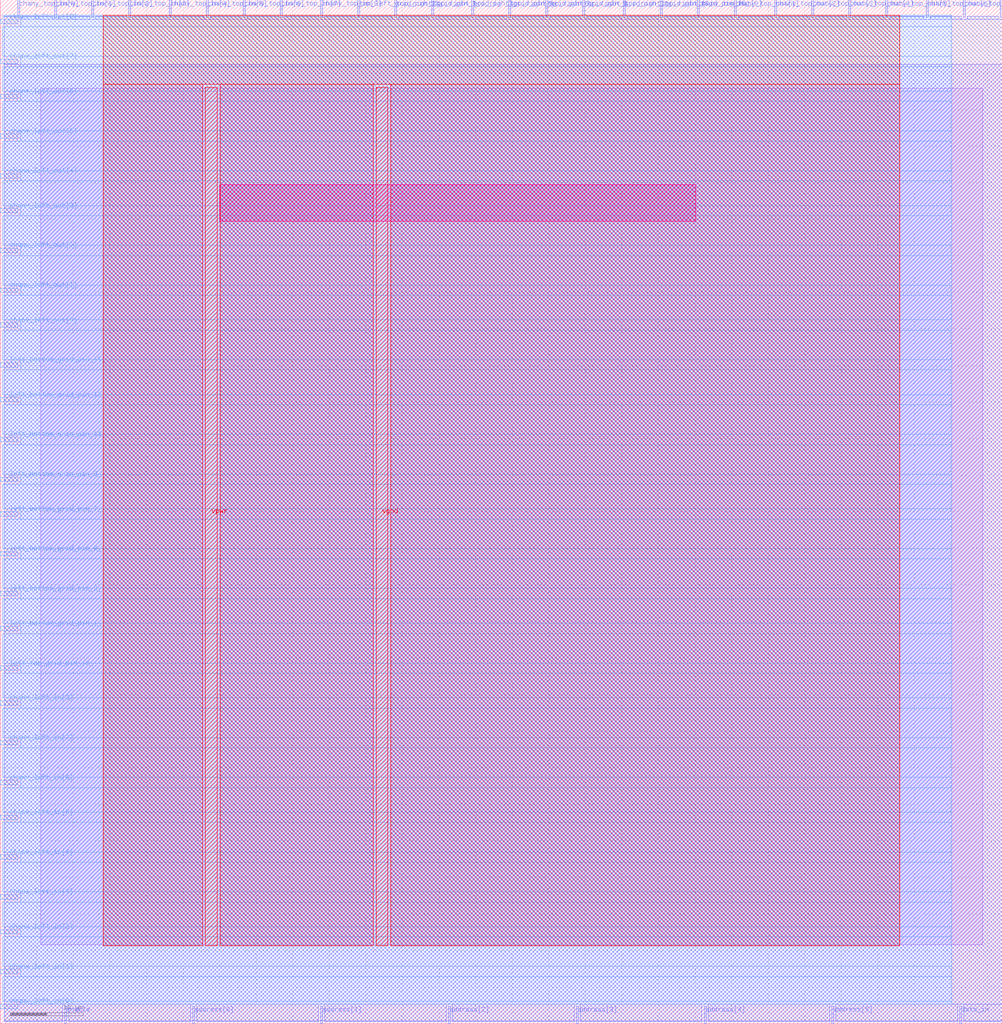
<source format=lef>
VERSION 5.7 ;
  NOWIREEXTENSIONATPIN ON ;
  DIVIDERCHAR "/" ;
  BUSBITCHARS "[]" ;
MACRO sb_3__0_
  CLASS BLOCK ;
  FOREIGN sb_3__0_ ;
  ORIGIN 0.000 0.000 ;
  SIZE 137.010 BY 140.000 ;
  PIN address[0]
    DIRECTION INPUT ;
    PORT
      LAYER met2 ;
        RECT 26.310 0.000 26.590 2.400 ;
    END
  END address[0]
  PIN address[1]
    DIRECTION INPUT ;
    PORT
      LAYER met2 ;
        RECT 43.790 0.000 44.070 2.400 ;
    END
  END address[1]
  PIN address[2]
    DIRECTION INPUT ;
    PORT
      LAYER met2 ;
        RECT 61.270 0.000 61.550 2.400 ;
    END
  END address[2]
  PIN address[3]
    DIRECTION INPUT ;
    PORT
      LAYER met2 ;
        RECT 78.750 0.000 79.030 2.400 ;
    END
  END address[3]
  PIN address[4]
    DIRECTION INPUT ;
    PORT
      LAYER met2 ;
        RECT 96.230 0.000 96.510 2.400 ;
    END
  END address[4]
  PIN address[5]
    DIRECTION INPUT ;
    PORT
      LAYER met2 ;
        RECT 113.710 0.000 113.990 2.400 ;
    END
  END address[5]
  PIN chanx_left_in[0]
    DIRECTION INPUT ;
    PORT
      LAYER met3 ;
        RECT 0.000 2.080 2.400 2.680 ;
    END
  END chanx_left_in[0]
  PIN chanx_left_in[1]
    DIRECTION INPUT ;
    PORT
      LAYER met3 ;
        RECT 0.000 6.840 2.400 7.440 ;
    END
  END chanx_left_in[1]
  PIN chanx_left_in[2]
    DIRECTION INPUT ;
    PORT
      LAYER met3 ;
        RECT 0.000 12.280 2.400 12.880 ;
    END
  END chanx_left_in[2]
  PIN chanx_left_in[3]
    DIRECTION INPUT ;
    PORT
      LAYER met3 ;
        RECT 0.000 17.040 2.400 17.640 ;
    END
  END chanx_left_in[3]
  PIN chanx_left_in[4]
    DIRECTION INPUT ;
    PORT
      LAYER met3 ;
        RECT 0.000 22.480 2.400 23.080 ;
    END
  END chanx_left_in[4]
  PIN chanx_left_in[5]
    DIRECTION INPUT ;
    PORT
      LAYER met3 ;
        RECT 0.000 27.920 2.400 28.520 ;
    END
  END chanx_left_in[5]
  PIN chanx_left_in[6]
    DIRECTION INPUT ;
    PORT
      LAYER met3 ;
        RECT 0.000 32.680 2.400 33.280 ;
    END
  END chanx_left_in[6]
  PIN chanx_left_in[7]
    DIRECTION INPUT ;
    PORT
      LAYER met3 ;
        RECT 0.000 38.120 2.400 38.720 ;
    END
  END chanx_left_in[7]
  PIN chanx_left_in[8]
    DIRECTION INPUT ;
    PORT
      LAYER met3 ;
        RECT 0.000 43.560 2.400 44.160 ;
    END
  END chanx_left_in[8]
  PIN chanx_left_out[0]
    DIRECTION OUTPUT TRISTATE ;
    PORT
      LAYER met3 ;
        RECT 0.000 95.240 2.400 95.840 ;
    END
  END chanx_left_out[0]
  PIN chanx_left_out[1]
    DIRECTION OUTPUT TRISTATE ;
    PORT
      LAYER met3 ;
        RECT 0.000 100.000 2.400 100.600 ;
    END
  END chanx_left_out[1]
  PIN chanx_left_out[2]
    DIRECTION OUTPUT TRISTATE ;
    PORT
      LAYER met3 ;
        RECT 0.000 105.440 2.400 106.040 ;
    END
  END chanx_left_out[2]
  PIN chanx_left_out[3]
    DIRECTION OUTPUT TRISTATE ;
    PORT
      LAYER met3 ;
        RECT 0.000 110.880 2.400 111.480 ;
    END
  END chanx_left_out[3]
  PIN chanx_left_out[4]
    DIRECTION OUTPUT TRISTATE ;
    PORT
      LAYER met3 ;
        RECT 0.000 115.640 2.400 116.240 ;
    END
  END chanx_left_out[4]
  PIN chanx_left_out[5]
    DIRECTION OUTPUT TRISTATE ;
    PORT
      LAYER met3 ;
        RECT 0.000 121.080 2.400 121.680 ;
    END
  END chanx_left_out[5]
  PIN chanx_left_out[6]
    DIRECTION OUTPUT TRISTATE ;
    PORT
      LAYER met3 ;
        RECT 0.000 126.520 2.400 127.120 ;
    END
  END chanx_left_out[6]
  PIN chanx_left_out[7]
    DIRECTION OUTPUT TRISTATE ;
    PORT
      LAYER met3 ;
        RECT 0.000 131.280 2.400 131.880 ;
    END
  END chanx_left_out[7]
  PIN chanx_left_out[8]
    DIRECTION OUTPUT TRISTATE ;
    PORT
      LAYER met3 ;
        RECT 0.000 136.720 2.400 137.320 ;
    END
  END chanx_left_out[8]
  PIN chany_top_in[0]
    DIRECTION INPUT ;
    PORT
      LAYER met2 ;
        RECT 2.390 137.600 2.670 140.000 ;
    END
  END chany_top_in[0]
  PIN chany_top_in[1]
    DIRECTION INPUT ;
    PORT
      LAYER met2 ;
        RECT 7.450 137.600 7.730 140.000 ;
    END
  END chany_top_in[1]
  PIN chany_top_in[2]
    DIRECTION INPUT ;
    PORT
      LAYER met2 ;
        RECT 12.510 137.600 12.790 140.000 ;
    END
  END chany_top_in[2]
  PIN chany_top_in[3]
    DIRECTION INPUT ;
    PORT
      LAYER met2 ;
        RECT 17.570 137.600 17.850 140.000 ;
    END
  END chany_top_in[3]
  PIN chany_top_in[4]
    DIRECTION INPUT ;
    PORT
      LAYER met2 ;
        RECT 23.090 137.600 23.370 140.000 ;
    END
  END chany_top_in[4]
  PIN chany_top_in[5]
    DIRECTION INPUT ;
    PORT
      LAYER met2 ;
        RECT 28.150 137.600 28.430 140.000 ;
    END
  END chany_top_in[5]
  PIN chany_top_in[6]
    DIRECTION INPUT ;
    PORT
      LAYER met2 ;
        RECT 33.210 137.600 33.490 140.000 ;
    END
  END chany_top_in[6]
  PIN chany_top_in[7]
    DIRECTION INPUT ;
    PORT
      LAYER met2 ;
        RECT 38.270 137.600 38.550 140.000 ;
    END
  END chany_top_in[7]
  PIN chany_top_in[8]
    DIRECTION INPUT ;
    PORT
      LAYER met2 ;
        RECT 43.790 137.600 44.070 140.000 ;
    END
  END chany_top_in[8]
  PIN chany_top_out[0]
    DIRECTION OUTPUT TRISTATE ;
    PORT
      LAYER met2 ;
        RECT 95.310 137.600 95.590 140.000 ;
    END
  END chany_top_out[0]
  PIN chany_top_out[1]
    DIRECTION OUTPUT TRISTATE ;
    PORT
      LAYER met2 ;
        RECT 100.370 137.600 100.650 140.000 ;
    END
  END chany_top_out[1]
  PIN chany_top_out[2]
    DIRECTION OUTPUT TRISTATE ;
    PORT
      LAYER met2 ;
        RECT 105.890 137.600 106.170 140.000 ;
    END
  END chany_top_out[2]
  PIN chany_top_out[3]
    DIRECTION OUTPUT TRISTATE ;
    PORT
      LAYER met2 ;
        RECT 110.950 137.600 111.230 140.000 ;
    END
  END chany_top_out[3]
  PIN chany_top_out[4]
    DIRECTION OUTPUT TRISTATE ;
    PORT
      LAYER met2 ;
        RECT 116.010 137.600 116.290 140.000 ;
    END
  END chany_top_out[4]
  PIN chany_top_out[5]
    DIRECTION OUTPUT TRISTATE ;
    PORT
      LAYER met2 ;
        RECT 121.070 137.600 121.350 140.000 ;
    END
  END chany_top_out[5]
  PIN chany_top_out[6]
    DIRECTION OUTPUT TRISTATE ;
    PORT
      LAYER met2 ;
        RECT 126.590 137.600 126.870 140.000 ;
    END
  END chany_top_out[6]
  PIN chany_top_out[7]
    DIRECTION OUTPUT TRISTATE ;
    PORT
      LAYER met2 ;
        RECT 131.650 137.600 131.930 140.000 ;
    END
  END chany_top_out[7]
  PIN chany_top_out[8]
    DIRECTION OUTPUT TRISTATE ;
    PORT
      LAYER met2 ;
        RECT 136.710 137.600 136.990 140.000 ;
    END
  END chany_top_out[8]
  PIN data_in
    DIRECTION INPUT ;
    PORT
      LAYER met2 ;
        RECT 131.190 0.000 131.470 2.400 ;
    END
  END data_in
  PIN enable
    DIRECTION INPUT ;
    PORT
      LAYER met2 ;
        RECT 8.830 0.000 9.110 2.400 ;
    END
  END enable
  PIN left_bottom_grid_pin_11_
    DIRECTION INPUT ;
    PORT
      LAYER met3 ;
        RECT 0.000 79.600 2.400 80.200 ;
    END
  END left_bottom_grid_pin_11_
  PIN left_bottom_grid_pin_13_
    DIRECTION INPUT ;
    PORT
      LAYER met3 ;
        RECT 0.000 85.040 2.400 85.640 ;
    END
  END left_bottom_grid_pin_13_
  PIN left_bottom_grid_pin_15_
    DIRECTION INPUT ;
    PORT
      LAYER met3 ;
        RECT 0.000 89.800 2.400 90.400 ;
    END
  END left_bottom_grid_pin_15_
  PIN left_bottom_grid_pin_1_
    DIRECTION INPUT ;
    PORT
      LAYER met3 ;
        RECT 0.000 53.760 2.400 54.360 ;
    END
  END left_bottom_grid_pin_1_
  PIN left_bottom_grid_pin_3_
    DIRECTION INPUT ;
    PORT
      LAYER met3 ;
        RECT 0.000 58.520 2.400 59.120 ;
    END
  END left_bottom_grid_pin_3_
  PIN left_bottom_grid_pin_5_
    DIRECTION INPUT ;
    PORT
      LAYER met3 ;
        RECT 0.000 63.960 2.400 64.560 ;
    END
  END left_bottom_grid_pin_5_
  PIN left_bottom_grid_pin_7_
    DIRECTION INPUT ;
    PORT
      LAYER met3 ;
        RECT 0.000 69.400 2.400 70.000 ;
    END
  END left_bottom_grid_pin_7_
  PIN left_bottom_grid_pin_9_
    DIRECTION INPUT ;
    PORT
      LAYER met3 ;
        RECT 0.000 74.160 2.400 74.760 ;
    END
  END left_bottom_grid_pin_9_
  PIN left_top_grid_pin_10_
    DIRECTION INPUT ;
    PORT
      LAYER met3 ;
        RECT 0.000 48.320 2.400 48.920 ;
    END
  END left_top_grid_pin_10_
  PIN top_left_grid_pin_13_
    DIRECTION INPUT ;
    PORT
      LAYER met2 ;
        RECT 48.850 137.600 49.130 140.000 ;
    END
  END top_left_grid_pin_13_
  PIN top_right_grid_pin_11_
    DIRECTION INPUT ;
    PORT
      LAYER met2 ;
        RECT 79.670 137.600 79.950 140.000 ;
    END
  END top_right_grid_pin_11_
  PIN top_right_grid_pin_13_
    DIRECTION INPUT ;
    PORT
      LAYER met2 ;
        RECT 85.190 137.600 85.470 140.000 ;
    END
  END top_right_grid_pin_13_
  PIN top_right_grid_pin_15_
    DIRECTION INPUT ;
    PORT
      LAYER met2 ;
        RECT 90.250 137.600 90.530 140.000 ;
    END
  END top_right_grid_pin_15_
  PIN top_right_grid_pin_1_
    DIRECTION INPUT ;
    PORT
      LAYER met2 ;
        RECT 53.910 137.600 54.190 140.000 ;
    END
  END top_right_grid_pin_1_
  PIN top_right_grid_pin_3_
    DIRECTION INPUT ;
    PORT
      LAYER met2 ;
        RECT 58.970 137.600 59.250 140.000 ;
    END
  END top_right_grid_pin_3_
  PIN top_right_grid_pin_5_
    DIRECTION INPUT ;
    PORT
      LAYER met2 ;
        RECT 64.490 137.600 64.770 140.000 ;
    END
  END top_right_grid_pin_5_
  PIN top_right_grid_pin_7_
    DIRECTION INPUT ;
    PORT
      LAYER met2 ;
        RECT 69.550 137.600 69.830 140.000 ;
    END
  END top_right_grid_pin_7_
  PIN top_right_grid_pin_9_
    DIRECTION INPUT ;
    PORT
      LAYER met2 ;
        RECT 74.610 137.600 74.890 140.000 ;
    END
  END top_right_grid_pin_9_
  PIN vpwr
    DIRECTION INPUT ;
    PORT
      LAYER met4 ;
        RECT 28.055 10.640 29.655 128.080 ;
    END
  END vpwr
  PIN vgnd
    DIRECTION INPUT ;
    PORT
      LAYER met4 ;
        RECT 51.385 10.640 52.985 128.080 ;
    END
  END vgnd
  OBS
      LAYER li1 ;
        RECT 5.520 10.795 134.320 127.925 ;
      LAYER met1 ;
        RECT 0.530 0.380 137.010 131.200 ;
      LAYER met2 ;
        RECT 0.550 137.320 2.110 137.770 ;
        RECT 2.950 137.320 7.170 137.770 ;
        RECT 8.010 137.320 12.230 137.770 ;
        RECT 13.070 137.320 17.290 137.770 ;
        RECT 18.130 137.320 22.810 137.770 ;
        RECT 23.650 137.320 27.870 137.770 ;
        RECT 28.710 137.320 32.930 137.770 ;
        RECT 33.770 137.320 37.990 137.770 ;
        RECT 38.830 137.320 43.510 137.770 ;
        RECT 44.350 137.320 48.570 137.770 ;
        RECT 49.410 137.320 53.630 137.770 ;
        RECT 54.470 137.320 58.690 137.770 ;
        RECT 59.530 137.320 64.210 137.770 ;
        RECT 65.050 137.320 69.270 137.770 ;
        RECT 70.110 137.320 74.330 137.770 ;
        RECT 75.170 137.320 79.390 137.770 ;
        RECT 80.230 137.320 84.910 137.770 ;
        RECT 85.750 137.320 89.970 137.770 ;
        RECT 90.810 137.320 95.030 137.770 ;
        RECT 95.870 137.320 100.090 137.770 ;
        RECT 100.930 137.320 105.610 137.770 ;
        RECT 106.450 137.320 110.670 137.770 ;
        RECT 111.510 137.320 115.730 137.770 ;
        RECT 116.570 137.320 120.790 137.770 ;
        RECT 121.630 137.320 126.310 137.770 ;
        RECT 127.150 137.320 131.370 137.770 ;
        RECT 132.210 137.320 136.430 137.770 ;
        RECT 0.550 2.680 136.980 137.320 ;
        RECT 0.550 0.270 8.550 2.680 ;
        RECT 9.390 0.270 26.030 2.680 ;
        RECT 26.870 0.270 43.510 2.680 ;
        RECT 44.350 0.270 60.990 2.680 ;
        RECT 61.830 0.270 78.470 2.680 ;
        RECT 79.310 0.270 95.950 2.680 ;
        RECT 96.790 0.270 113.430 2.680 ;
        RECT 114.270 0.270 130.910 2.680 ;
        RECT 131.750 0.270 136.980 2.680 ;
      LAYER met3 ;
        RECT 0.310 137.720 130.115 137.865 ;
        RECT 2.800 136.320 130.115 137.720 ;
        RECT 0.310 132.280 130.115 136.320 ;
        RECT 2.800 130.880 130.115 132.280 ;
        RECT 0.310 127.520 130.115 130.880 ;
        RECT 2.800 126.120 130.115 127.520 ;
        RECT 0.310 122.080 130.115 126.120 ;
        RECT 2.800 120.680 130.115 122.080 ;
        RECT 0.310 116.640 130.115 120.680 ;
        RECT 2.800 115.240 130.115 116.640 ;
        RECT 0.310 111.880 130.115 115.240 ;
        RECT 2.800 110.480 130.115 111.880 ;
        RECT 0.310 106.440 130.115 110.480 ;
        RECT 2.800 105.040 130.115 106.440 ;
        RECT 0.310 101.000 130.115 105.040 ;
        RECT 2.800 99.600 130.115 101.000 ;
        RECT 0.310 96.240 130.115 99.600 ;
        RECT 2.800 94.840 130.115 96.240 ;
        RECT 0.310 90.800 130.115 94.840 ;
        RECT 2.800 89.400 130.115 90.800 ;
        RECT 0.310 86.040 130.115 89.400 ;
        RECT 2.800 84.640 130.115 86.040 ;
        RECT 0.310 80.600 130.115 84.640 ;
        RECT 2.800 79.200 130.115 80.600 ;
        RECT 0.310 75.160 130.115 79.200 ;
        RECT 2.800 73.760 130.115 75.160 ;
        RECT 0.310 70.400 130.115 73.760 ;
        RECT 2.800 69.000 130.115 70.400 ;
        RECT 0.310 64.960 130.115 69.000 ;
        RECT 2.800 63.560 130.115 64.960 ;
        RECT 0.310 59.520 130.115 63.560 ;
        RECT 2.800 58.120 130.115 59.520 ;
        RECT 0.310 54.760 130.115 58.120 ;
        RECT 2.800 53.360 130.115 54.760 ;
        RECT 0.310 49.320 130.115 53.360 ;
        RECT 2.800 47.920 130.115 49.320 ;
        RECT 0.310 44.560 130.115 47.920 ;
        RECT 2.800 43.160 130.115 44.560 ;
        RECT 0.310 39.120 130.115 43.160 ;
        RECT 2.800 37.720 130.115 39.120 ;
        RECT 0.310 33.680 130.115 37.720 ;
        RECT 2.800 32.280 130.115 33.680 ;
        RECT 0.310 28.920 130.115 32.280 ;
        RECT 2.800 27.520 130.115 28.920 ;
        RECT 0.310 23.480 130.115 27.520 ;
        RECT 2.800 22.080 130.115 23.480 ;
        RECT 0.310 18.040 130.115 22.080 ;
        RECT 2.800 16.640 130.115 18.040 ;
        RECT 0.310 13.280 130.115 16.640 ;
        RECT 2.800 11.880 130.115 13.280 ;
        RECT 0.310 7.840 130.115 11.880 ;
        RECT 2.800 6.440 130.115 7.840 ;
        RECT 0.310 3.080 130.115 6.440 ;
        RECT 2.800 2.680 130.115 3.080 ;
      LAYER met4 ;
        RECT 14.095 128.480 122.985 137.865 ;
        RECT 14.095 10.640 27.655 128.480 ;
        RECT 30.055 10.640 50.985 128.480 ;
        RECT 53.385 10.640 122.985 128.480 ;
      LAYER met5 ;
        RECT 30.020 109.700 95.100 114.700 ;
  END
END sb_3__0_
END LIBRARY


</source>
